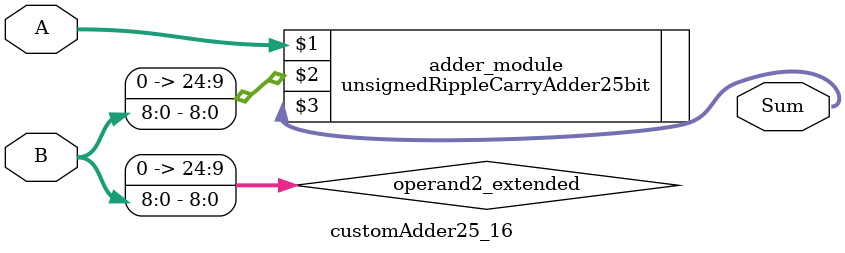
<source format=v>

module customAdder25_16(
                    input [24 : 0] A,
                    input [8 : 0] B,
                    
                    output [25 : 0] Sum
            );

    wire [24 : 0] operand2_extended;
    
    assign operand2_extended =  {16'b0, B};
    
    unsignedRippleCarryAdder25bit adder_module(
        A,
        operand2_extended,
        Sum
    );
    
endmodule
        
</source>
